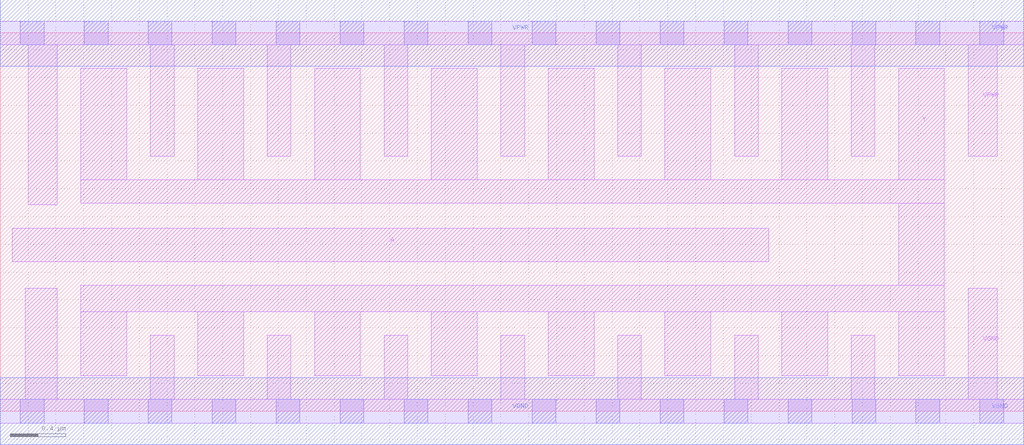
<source format=lef>
# Copyright 2020 The SkyWater PDK Authors
#
# Licensed under the Apache License, Version 2.0 (the "License");
# you may not use this file except in compliance with the License.
# You may obtain a copy of the License at
#
#     https://www.apache.org/licenses/LICENSE-2.0
#
# Unless required by applicable law or agreed to in writing, software
# distributed under the License is distributed on an "AS IS" BASIS,
# WITHOUT WARRANTIES OR CONDITIONS OF ANY KIND, either express or implied.
# See the License for the specific language governing permissions and
# limitations under the License.
#
# SPDX-License-Identifier: Apache-2.0

VERSION 5.7 ;
  NAMESCASESENSITIVE ON ;
  NOWIREEXTENSIONATPIN ON ;
  DIVIDERCHAR "/" ;
  BUSBITCHARS "[]" ;
UNITS
  DATABASE MICRONS 200 ;
END UNITS
MACRO sky130_fd_sc_hd__inv_16
  CLASS CORE ;
  SOURCE USER ;
  FOREIGN sky130_fd_sc_hd__inv_16 ;
  ORIGIN  0.000000  0.000000 ;
  SIZE  7.360000 BY  2.720000 ;
  SYMMETRY X Y R90 ;
  SITE unithd ;
  PIN A
    ANTENNAGATEAREA  3.960000 ;
    DIRECTION INPUT ;
    USE SIGNAL ;
    PORT
      LAYER li1 ;
        RECT 0.085000 1.075000 5.525000 1.315000 ;
    END
  END A
  PIN Y
    ANTENNADIFFAREA  3.564000 ;
    DIRECTION OUTPUT ;
    USE SIGNAL ;
    PORT
      LAYER li1 ;
        RECT 0.580000 0.255000 0.910000 0.715000 ;
        RECT 0.580000 0.715000 6.790000 0.905000 ;
        RECT 0.580000 1.495000 6.790000 1.665000 ;
        RECT 0.580000 1.665000 0.910000 2.465000 ;
        RECT 1.420000 0.255000 1.750000 0.715000 ;
        RECT 1.420000 1.665000 1.750000 2.465000 ;
        RECT 2.260000 0.255000 2.590000 0.715000 ;
        RECT 2.260000 1.665000 2.590000 2.465000 ;
        RECT 3.100000 0.255000 3.430000 0.715000 ;
        RECT 3.100000 1.665000 3.430000 2.465000 ;
        RECT 3.940000 0.255000 4.270000 0.715000 ;
        RECT 3.940000 1.665000 4.270000 2.465000 ;
        RECT 4.780000 0.255000 5.110000 0.715000 ;
        RECT 4.780000 1.665000 5.110000 2.465000 ;
        RECT 5.620000 0.255000 5.950000 0.715000 ;
        RECT 5.620000 1.665000 5.950000 2.465000 ;
        RECT 6.460000 0.255000 6.790000 0.715000 ;
        RECT 6.460000 0.905000 6.790000 1.495000 ;
        RECT 6.460000 1.665000 6.790000 2.465000 ;
    END
  END Y
  PIN VGND
    DIRECTION INOUT ;
    SHAPE ABUTMENT ;
    USE GROUND ;
    PORT
      LAYER li1 ;
        RECT 0.000000 -0.085000 7.360000 0.085000 ;
        RECT 0.180000  0.085000 0.410000 0.885000 ;
        RECT 1.080000  0.085000 1.250000 0.545000 ;
        RECT 1.920000  0.085000 2.090000 0.545000 ;
        RECT 2.760000  0.085000 2.930000 0.545000 ;
        RECT 3.600000  0.085000 3.770000 0.545000 ;
        RECT 4.440000  0.085000 4.610000 0.545000 ;
        RECT 5.280000  0.085000 5.450000 0.545000 ;
        RECT 6.120000  0.085000 6.290000 0.545000 ;
        RECT 6.960000  0.085000 7.170000 0.885000 ;
      LAYER mcon ;
        RECT 0.145000 -0.085000 0.315000 0.085000 ;
        RECT 0.605000 -0.085000 0.775000 0.085000 ;
        RECT 1.065000 -0.085000 1.235000 0.085000 ;
        RECT 1.525000 -0.085000 1.695000 0.085000 ;
        RECT 1.985000 -0.085000 2.155000 0.085000 ;
        RECT 2.445000 -0.085000 2.615000 0.085000 ;
        RECT 2.905000 -0.085000 3.075000 0.085000 ;
        RECT 3.365000 -0.085000 3.535000 0.085000 ;
        RECT 3.825000 -0.085000 3.995000 0.085000 ;
        RECT 4.285000 -0.085000 4.455000 0.085000 ;
        RECT 4.745000 -0.085000 4.915000 0.085000 ;
        RECT 5.205000 -0.085000 5.375000 0.085000 ;
        RECT 5.665000 -0.085000 5.835000 0.085000 ;
        RECT 6.125000 -0.085000 6.295000 0.085000 ;
        RECT 6.585000 -0.085000 6.755000 0.085000 ;
        RECT 7.045000 -0.085000 7.215000 0.085000 ;
      LAYER met1 ;
        RECT 0.000000 -0.240000 7.360000 0.240000 ;
    END
  END VGND
  PIN VPWR
    DIRECTION INOUT ;
    SHAPE ABUTMENT ;
    USE POWER ;
    PORT
      LAYER li1 ;
        RECT 0.000000 2.635000 7.360000 2.805000 ;
        RECT 0.200000 1.485000 0.410000 2.635000 ;
        RECT 1.080000 1.835000 1.250000 2.635000 ;
        RECT 1.920000 1.835000 2.090000 2.635000 ;
        RECT 2.760000 1.835000 2.930000 2.635000 ;
        RECT 3.600000 1.835000 3.770000 2.635000 ;
        RECT 4.440000 1.835000 4.610000 2.635000 ;
        RECT 5.280000 1.835000 5.450000 2.635000 ;
        RECT 6.120000 1.835000 6.290000 2.635000 ;
        RECT 6.960000 1.835000 7.170000 2.635000 ;
      LAYER mcon ;
        RECT 0.145000 2.635000 0.315000 2.805000 ;
        RECT 0.605000 2.635000 0.775000 2.805000 ;
        RECT 1.065000 2.635000 1.235000 2.805000 ;
        RECT 1.525000 2.635000 1.695000 2.805000 ;
        RECT 1.985000 2.635000 2.155000 2.805000 ;
        RECT 2.445000 2.635000 2.615000 2.805000 ;
        RECT 2.905000 2.635000 3.075000 2.805000 ;
        RECT 3.365000 2.635000 3.535000 2.805000 ;
        RECT 3.825000 2.635000 3.995000 2.805000 ;
        RECT 4.285000 2.635000 4.455000 2.805000 ;
        RECT 4.745000 2.635000 4.915000 2.805000 ;
        RECT 5.205000 2.635000 5.375000 2.805000 ;
        RECT 5.665000 2.635000 5.835000 2.805000 ;
        RECT 6.125000 2.635000 6.295000 2.805000 ;
        RECT 6.585000 2.635000 6.755000 2.805000 ;
        RECT 7.045000 2.635000 7.215000 2.805000 ;
      LAYER met1 ;
        RECT 0.000000 2.480000 7.360000 2.960000 ;
    END
  END VPWR
END sky130_fd_sc_hd__inv_16
END LIBRARY

</source>
